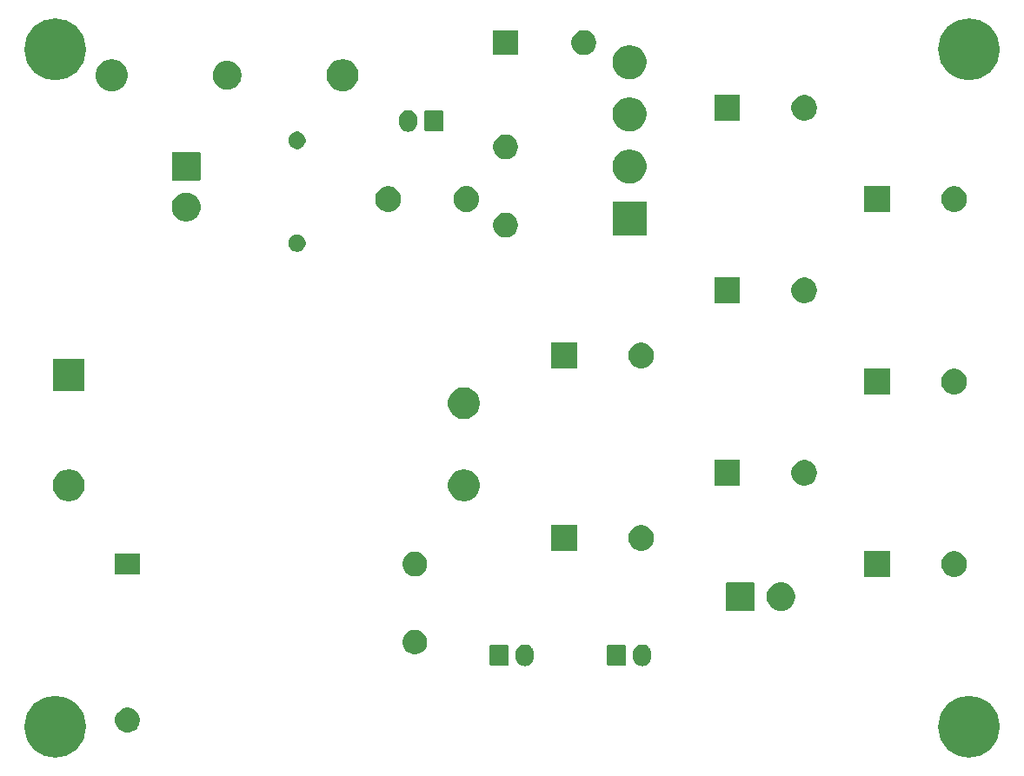
<source format=gbr>
G04 #@! TF.GenerationSoftware,KiCad,Pcbnew,(5.1.2)-1*
G04 #@! TF.CreationDate,2020-05-02T19:55:25+09:00*
G04 #@! TF.ProjectId,PowerBoard,506f7765-7242-46f6-9172-642e6b696361,rev?*
G04 #@! TF.SameCoordinates,Original*
G04 #@! TF.FileFunction,Soldermask,Top*
G04 #@! TF.FilePolarity,Negative*
%FSLAX46Y46*%
G04 Gerber Fmt 4.6, Leading zero omitted, Abs format (unit mm)*
G04 Created by KiCad (PCBNEW (5.1.2)-1) date 2020-05-02 19:55:25*
%MOMM*%
%LPD*%
G04 APERTURE LIST*
%ADD10C,2.000000*%
%ADD11C,0.100000*%
G04 APERTURE END LIST*
D10*
X-42500000Y-33000000D02*
G75*
G03X-42500000Y-33000000I-2000000J0D01*
G01*
X46500000Y-33000000D02*
G75*
G03X46500000Y-33000000I-2000000J0D01*
G01*
X46500000Y33000000D02*
G75*
G03X46500000Y33000000I-2000000J0D01*
G01*
X-42500000Y33000000D02*
G75*
G03X-42500000Y33000000I-2000000J0D01*
G01*
D11*
G36*
X44875256Y-31391298D02*
G01*
X44981579Y-31412447D01*
X45282042Y-31536903D01*
X45552451Y-31717585D01*
X45782415Y-31947549D01*
X45963097Y-32217958D01*
X46087553Y-32518421D01*
X46151000Y-32837391D01*
X46151000Y-33162609D01*
X46087553Y-33481579D01*
X45963097Y-33782042D01*
X45782415Y-34052451D01*
X45552451Y-34282415D01*
X45282042Y-34463097D01*
X44981579Y-34587553D01*
X44875256Y-34608702D01*
X44662611Y-34651000D01*
X44337389Y-34651000D01*
X44124744Y-34608702D01*
X44018421Y-34587553D01*
X43717958Y-34463097D01*
X43447549Y-34282415D01*
X43217585Y-34052451D01*
X43036903Y-33782042D01*
X42912447Y-33481579D01*
X42849000Y-33162609D01*
X42849000Y-32837391D01*
X42912447Y-32518421D01*
X43036903Y-32217958D01*
X43217585Y-31947549D01*
X43447549Y-31717585D01*
X43717958Y-31536903D01*
X44018421Y-31412447D01*
X44124744Y-31391298D01*
X44337389Y-31349000D01*
X44662611Y-31349000D01*
X44875256Y-31391298D01*
X44875256Y-31391298D01*
G37*
G36*
X-44124744Y-31391298D02*
G01*
X-44018421Y-31412447D01*
X-43717958Y-31536903D01*
X-43447549Y-31717585D01*
X-43217585Y-31947549D01*
X-43036903Y-32217958D01*
X-42912447Y-32518421D01*
X-42849000Y-32837391D01*
X-42849000Y-33162609D01*
X-42912447Y-33481579D01*
X-43036903Y-33782042D01*
X-43217585Y-34052451D01*
X-43447549Y-34282415D01*
X-43717958Y-34463097D01*
X-44018421Y-34587553D01*
X-44124744Y-34608702D01*
X-44337389Y-34651000D01*
X-44662611Y-34651000D01*
X-44875256Y-34608702D01*
X-44981579Y-34587553D01*
X-45282042Y-34463097D01*
X-45552451Y-34282415D01*
X-45782415Y-34052451D01*
X-45963097Y-33782042D01*
X-46087553Y-33481579D01*
X-46151000Y-33162609D01*
X-46151000Y-32837391D01*
X-46087553Y-32518421D01*
X-45963097Y-32217958D01*
X-45782415Y-31947549D01*
X-45552451Y-31717585D01*
X-45282042Y-31536903D01*
X-44981579Y-31412447D01*
X-44875256Y-31391298D01*
X-44662611Y-31349000D01*
X-44337389Y-31349000D01*
X-44124744Y-31391298D01*
X-44124744Y-31391298D01*
G37*
G36*
X-37114682Y-31190153D02*
G01*
X-36896115Y-31280687D01*
X-36896113Y-31280688D01*
X-36699407Y-31412122D01*
X-36532122Y-31579407D01*
X-36439796Y-31717584D01*
X-36400687Y-31776115D01*
X-36310153Y-31994682D01*
X-36264000Y-32226710D01*
X-36264000Y-32463290D01*
X-36310153Y-32695318D01*
X-36369001Y-32837389D01*
X-36400688Y-32913887D01*
X-36532122Y-33110593D01*
X-36699407Y-33277878D01*
X-36896113Y-33409312D01*
X-36896114Y-33409313D01*
X-36896115Y-33409313D01*
X-37114682Y-33499847D01*
X-37346710Y-33546000D01*
X-37583290Y-33546000D01*
X-37815318Y-33499847D01*
X-38033885Y-33409313D01*
X-38033886Y-33409313D01*
X-38033887Y-33409312D01*
X-38230593Y-33277878D01*
X-38397878Y-33110593D01*
X-38529312Y-32913887D01*
X-38560999Y-32837389D01*
X-38619847Y-32695318D01*
X-38666000Y-32463290D01*
X-38666000Y-32226710D01*
X-38619847Y-31994682D01*
X-38529313Y-31776115D01*
X-38490204Y-31717584D01*
X-38397878Y-31579407D01*
X-38230593Y-31412122D01*
X-38033887Y-31280688D01*
X-38033885Y-31280687D01*
X-37815318Y-31190153D01*
X-37583290Y-31144000D01*
X-37346710Y-31144000D01*
X-37114682Y-31190153D01*
X-37114682Y-31190153D01*
G37*
G36*
X12836626Y-24997037D02*
G01*
X13006465Y-25048557D01*
X13006467Y-25048558D01*
X13162989Y-25132221D01*
X13300186Y-25244814D01*
X13383448Y-25346271D01*
X13412778Y-25382009D01*
X13496443Y-25538534D01*
X13547963Y-25708373D01*
X13547963Y-25708375D01*
X13557905Y-25809312D01*
X13561000Y-25840742D01*
X13561000Y-26229257D01*
X13547963Y-26361626D01*
X13496443Y-26531466D01*
X13412778Y-26687991D01*
X13383448Y-26723729D01*
X13300186Y-26825186D01*
X13205250Y-26903097D01*
X13162991Y-26937778D01*
X13006466Y-27021443D01*
X12836627Y-27072963D01*
X12660000Y-27090359D01*
X12483374Y-27072963D01*
X12313535Y-27021443D01*
X12157010Y-26937778D01*
X12019815Y-26825185D01*
X11907222Y-26687991D01*
X11823557Y-26531466D01*
X11772037Y-26361627D01*
X11759000Y-26229258D01*
X11759000Y-25840743D01*
X11762096Y-25809313D01*
X11772037Y-25708376D01*
X11772037Y-25708374D01*
X11823557Y-25538535D01*
X11907222Y-25382010D01*
X11907223Y-25382009D01*
X12019814Y-25244814D01*
X12121271Y-25161552D01*
X12157009Y-25132222D01*
X12313534Y-25048557D01*
X12483373Y-24997037D01*
X12660000Y-24979641D01*
X12836626Y-24997037D01*
X12836626Y-24997037D01*
G37*
G36*
X1406626Y-24997037D02*
G01*
X1576465Y-25048557D01*
X1576467Y-25048558D01*
X1732989Y-25132221D01*
X1870186Y-25244814D01*
X1953448Y-25346271D01*
X1982778Y-25382009D01*
X2066443Y-25538534D01*
X2117963Y-25708373D01*
X2117963Y-25708375D01*
X2127905Y-25809312D01*
X2131000Y-25840742D01*
X2131000Y-26229257D01*
X2117963Y-26361626D01*
X2066443Y-26531466D01*
X1982778Y-26687991D01*
X1953448Y-26723729D01*
X1870186Y-26825186D01*
X1775250Y-26903097D01*
X1732991Y-26937778D01*
X1576466Y-27021443D01*
X1406627Y-27072963D01*
X1230000Y-27090359D01*
X1053374Y-27072963D01*
X883535Y-27021443D01*
X727010Y-26937778D01*
X589815Y-26825185D01*
X477222Y-26687991D01*
X393557Y-26531466D01*
X342037Y-26361627D01*
X329000Y-26229258D01*
X329000Y-25840743D01*
X332096Y-25809313D01*
X342037Y-25708376D01*
X342037Y-25708374D01*
X393557Y-25538535D01*
X477222Y-25382010D01*
X477223Y-25382009D01*
X589814Y-25244814D01*
X691271Y-25161552D01*
X727009Y-25132222D01*
X883534Y-25048557D01*
X1053373Y-24997037D01*
X1230000Y-24979641D01*
X1406626Y-24997037D01*
X1406626Y-24997037D01*
G37*
G36*
X10918600Y-24987989D02*
G01*
X10951652Y-24998015D01*
X10982103Y-25014292D01*
X11008799Y-25036201D01*
X11030708Y-25062897D01*
X11046985Y-25093348D01*
X11057011Y-25126400D01*
X11061000Y-25166903D01*
X11061000Y-26903097D01*
X11057011Y-26943600D01*
X11046985Y-26976652D01*
X11030708Y-27007103D01*
X11008799Y-27033799D01*
X10982103Y-27055708D01*
X10951652Y-27071985D01*
X10918600Y-27082011D01*
X10878097Y-27086000D01*
X9441903Y-27086000D01*
X9401400Y-27082011D01*
X9368348Y-27071985D01*
X9337897Y-27055708D01*
X9311201Y-27033799D01*
X9289292Y-27007103D01*
X9273015Y-26976652D01*
X9262989Y-26943600D01*
X9259000Y-26903097D01*
X9259000Y-25166903D01*
X9262989Y-25126400D01*
X9273015Y-25093348D01*
X9289292Y-25062897D01*
X9311201Y-25036201D01*
X9337897Y-25014292D01*
X9368348Y-24998015D01*
X9401400Y-24987989D01*
X9441903Y-24984000D01*
X10878097Y-24984000D01*
X10918600Y-24987989D01*
X10918600Y-24987989D01*
G37*
G36*
X-511400Y-24987989D02*
G01*
X-478348Y-24998015D01*
X-447897Y-25014292D01*
X-421201Y-25036201D01*
X-399292Y-25062897D01*
X-383015Y-25093348D01*
X-372989Y-25126400D01*
X-369000Y-25166903D01*
X-369000Y-26903097D01*
X-372989Y-26943600D01*
X-383015Y-26976652D01*
X-399292Y-27007103D01*
X-421201Y-27033799D01*
X-447897Y-27055708D01*
X-478348Y-27071985D01*
X-511400Y-27082011D01*
X-551903Y-27086000D01*
X-1988097Y-27086000D01*
X-2028600Y-27082011D01*
X-2061652Y-27071985D01*
X-2092103Y-27055708D01*
X-2118799Y-27033799D01*
X-2140708Y-27007103D01*
X-2156985Y-26976652D01*
X-2167011Y-26943600D01*
X-2171000Y-26903097D01*
X-2171000Y-25166903D01*
X-2167011Y-25126400D01*
X-2156985Y-25093348D01*
X-2140708Y-25062897D01*
X-2118799Y-25036201D01*
X-2092103Y-25014292D01*
X-2061652Y-24998015D01*
X-2028600Y-24987989D01*
X-1988097Y-24984000D01*
X-551903Y-24984000D01*
X-511400Y-24987989D01*
X-511400Y-24987989D01*
G37*
G36*
X-9114682Y-23590153D02*
G01*
X-8896115Y-23680687D01*
X-8896113Y-23680688D01*
X-8699407Y-23812122D01*
X-8532122Y-23979407D01*
X-8400688Y-24176113D01*
X-8400687Y-24176115D01*
X-8310153Y-24394682D01*
X-8264000Y-24626710D01*
X-8264000Y-24863290D01*
X-8310153Y-25095318D01*
X-8339805Y-25166903D01*
X-8400688Y-25313887D01*
X-8532122Y-25510593D01*
X-8699407Y-25677878D01*
X-8896113Y-25809312D01*
X-8896114Y-25809313D01*
X-8896115Y-25809313D01*
X-9114682Y-25899847D01*
X-9346710Y-25946000D01*
X-9583290Y-25946000D01*
X-9815318Y-25899847D01*
X-10033885Y-25809313D01*
X-10033886Y-25809313D01*
X-10033887Y-25809312D01*
X-10230593Y-25677878D01*
X-10397878Y-25510593D01*
X-10529312Y-25313887D01*
X-10590195Y-25166903D01*
X-10619847Y-25095318D01*
X-10666000Y-24863290D01*
X-10666000Y-24626710D01*
X-10619847Y-24394682D01*
X-10529313Y-24176115D01*
X-10529312Y-24176113D01*
X-10397878Y-23979407D01*
X-10230593Y-23812122D01*
X-10033887Y-23680688D01*
X-10033885Y-23680687D01*
X-9815318Y-23590153D01*
X-9583290Y-23544000D01*
X-9346710Y-23544000D01*
X-9114682Y-23590153D01*
X-9114682Y-23590153D01*
G37*
G36*
X26459038Y-18946062D02*
G01*
X26593657Y-18972839D01*
X26699097Y-19016514D01*
X26848621Y-19078449D01*
X26922525Y-19127830D01*
X27078086Y-19231772D01*
X27273228Y-19426914D01*
X27375675Y-19580237D01*
X27426551Y-19656379D01*
X27532161Y-19911344D01*
X27586000Y-20182012D01*
X27586000Y-20457988D01*
X27532161Y-20728656D01*
X27426551Y-20983621D01*
X27426550Y-20983622D01*
X27273228Y-21213086D01*
X27078086Y-21408228D01*
X26998276Y-21461555D01*
X26848621Y-21561551D01*
X26770207Y-21594031D01*
X26593657Y-21667161D01*
X26503433Y-21685107D01*
X26322988Y-21721000D01*
X26047012Y-21721000D01*
X25866567Y-21685107D01*
X25776343Y-21667161D01*
X25599793Y-21594031D01*
X25521379Y-21561551D01*
X25371724Y-21461555D01*
X25291914Y-21408228D01*
X25096772Y-21213086D01*
X24943450Y-20983622D01*
X24943449Y-20983621D01*
X24837839Y-20728656D01*
X24784000Y-20457988D01*
X24784000Y-20182012D01*
X24837839Y-19911344D01*
X24943449Y-19656379D01*
X24994325Y-19580237D01*
X25096772Y-19426914D01*
X25291914Y-19231772D01*
X25447475Y-19127830D01*
X25521379Y-19078449D01*
X25670903Y-19016514D01*
X25776343Y-18972839D01*
X25910962Y-18946062D01*
X26047012Y-18919000D01*
X26322988Y-18919000D01*
X26459038Y-18946062D01*
X26459038Y-18946062D01*
G37*
G36*
X23499031Y-18922621D02*
G01*
X23528486Y-18931556D01*
X23555623Y-18946062D01*
X23579414Y-18965586D01*
X23598938Y-18989377D01*
X23613444Y-19016514D01*
X23622379Y-19045969D01*
X23626000Y-19082734D01*
X23626000Y-21557266D01*
X23622379Y-21594031D01*
X23613444Y-21623486D01*
X23598938Y-21650623D01*
X23579414Y-21674414D01*
X23555623Y-21693938D01*
X23528486Y-21708444D01*
X23499031Y-21717379D01*
X23462266Y-21721000D01*
X20987734Y-21721000D01*
X20950969Y-21717379D01*
X20921514Y-21708444D01*
X20894377Y-21693938D01*
X20870586Y-21674414D01*
X20851062Y-21650623D01*
X20836556Y-21623486D01*
X20827621Y-21594031D01*
X20824000Y-21557266D01*
X20824000Y-19082734D01*
X20827621Y-19045969D01*
X20836556Y-19016514D01*
X20851062Y-18989377D01*
X20870586Y-18965586D01*
X20894377Y-18946062D01*
X20921514Y-18931556D01*
X20950969Y-18922621D01*
X20987734Y-18919000D01*
X23462266Y-18919000D01*
X23499031Y-18922621D01*
X23499031Y-18922621D01*
G37*
G36*
X43424903Y-15942075D02*
G01*
X43652571Y-16036378D01*
X43857466Y-16173285D01*
X44031715Y-16347534D01*
X44168622Y-16552429D01*
X44262925Y-16780097D01*
X44311000Y-17021787D01*
X44311000Y-17268213D01*
X44262925Y-17509903D01*
X44168622Y-17737571D01*
X44031715Y-17942466D01*
X43857466Y-18116715D01*
X43652571Y-18253622D01*
X43652570Y-18253623D01*
X43652569Y-18253623D01*
X43424903Y-18347925D01*
X43183214Y-18396000D01*
X42936786Y-18396000D01*
X42695097Y-18347925D01*
X42467431Y-18253623D01*
X42467430Y-18253623D01*
X42467429Y-18253622D01*
X42262534Y-18116715D01*
X42088285Y-17942466D01*
X41951378Y-17737571D01*
X41857075Y-17509903D01*
X41809000Y-17268213D01*
X41809000Y-17021787D01*
X41857075Y-16780097D01*
X41951378Y-16552429D01*
X42088285Y-16347534D01*
X42262534Y-16173285D01*
X42467429Y-16036378D01*
X42695097Y-15942075D01*
X42936786Y-15894000D01*
X43183214Y-15894000D01*
X43424903Y-15942075D01*
X43424903Y-15942075D01*
G37*
G36*
X36811000Y-18396000D02*
G01*
X34309000Y-18396000D01*
X34309000Y-15894000D01*
X36811000Y-15894000D01*
X36811000Y-18396000D01*
X36811000Y-18396000D01*
G37*
G36*
X-9114682Y-15990153D02*
G01*
X-8896115Y-16080687D01*
X-8896113Y-16080688D01*
X-8699407Y-16212122D01*
X-8532122Y-16379407D01*
X-8416513Y-16552429D01*
X-8400687Y-16576115D01*
X-8310153Y-16794682D01*
X-8264000Y-17026710D01*
X-8264000Y-17263290D01*
X-8310153Y-17495318D01*
X-8400687Y-17713885D01*
X-8400688Y-17713887D01*
X-8532122Y-17910593D01*
X-8699407Y-18077878D01*
X-8896113Y-18209312D01*
X-8896114Y-18209313D01*
X-8896115Y-18209313D01*
X-9114682Y-18299847D01*
X-9346710Y-18346000D01*
X-9583290Y-18346000D01*
X-9815318Y-18299847D01*
X-10033885Y-18209313D01*
X-10033886Y-18209313D01*
X-10033887Y-18209312D01*
X-10230593Y-18077878D01*
X-10397878Y-17910593D01*
X-10529312Y-17713887D01*
X-10529313Y-17713885D01*
X-10619847Y-17495318D01*
X-10666000Y-17263290D01*
X-10666000Y-17026710D01*
X-10619847Y-16794682D01*
X-10529313Y-16576115D01*
X-10513487Y-16552429D01*
X-10397878Y-16379407D01*
X-10230593Y-16212122D01*
X-10033887Y-16080688D01*
X-10033885Y-16080687D01*
X-9815318Y-15990153D01*
X-9583290Y-15944000D01*
X-9346710Y-15944000D01*
X-9114682Y-15990153D01*
X-9114682Y-15990153D01*
G37*
G36*
X-36264000Y-18196000D02*
G01*
X-38666000Y-18196000D01*
X-38666000Y-16094000D01*
X-36264000Y-16094000D01*
X-36264000Y-18196000D01*
X-36264000Y-18196000D01*
G37*
G36*
X6331000Y-15856000D02*
G01*
X3829000Y-15856000D01*
X3829000Y-13354000D01*
X6331000Y-13354000D01*
X6331000Y-15856000D01*
X6331000Y-15856000D01*
G37*
G36*
X12944903Y-13402075D02*
G01*
X13172571Y-13496378D01*
X13377466Y-13633285D01*
X13551715Y-13807534D01*
X13688622Y-14012429D01*
X13782925Y-14240097D01*
X13831000Y-14481787D01*
X13831000Y-14728213D01*
X13782925Y-14969903D01*
X13688622Y-15197571D01*
X13551715Y-15402466D01*
X13377466Y-15576715D01*
X13172571Y-15713622D01*
X13172570Y-15713623D01*
X13172569Y-15713623D01*
X12944903Y-15807925D01*
X12703214Y-15856000D01*
X12456786Y-15856000D01*
X12215097Y-15807925D01*
X11987431Y-15713623D01*
X11987430Y-15713623D01*
X11987429Y-15713622D01*
X11782534Y-15576715D01*
X11608285Y-15402466D01*
X11471378Y-15197571D01*
X11377075Y-14969903D01*
X11329000Y-14728213D01*
X11329000Y-14481787D01*
X11377075Y-14240097D01*
X11471378Y-14012429D01*
X11608285Y-13807534D01*
X11782534Y-13633285D01*
X11987429Y-13496378D01*
X12215097Y-13402075D01*
X12456786Y-13354000D01*
X12703214Y-13354000D01*
X12944903Y-13402075D01*
X12944903Y-13402075D01*
G37*
G36*
X-42877415Y-7958802D02*
G01*
X-42727590Y-7988604D01*
X-42445326Y-8105521D01*
X-42191295Y-8275259D01*
X-41975259Y-8491295D01*
X-41805521Y-8745326D01*
X-41688604Y-9027590D01*
X-41629000Y-9327240D01*
X-41629000Y-9632760D01*
X-41688604Y-9932410D01*
X-41805521Y-10214674D01*
X-41975259Y-10468705D01*
X-42191295Y-10684741D01*
X-42445326Y-10854479D01*
X-42727590Y-10971396D01*
X-42877415Y-11001198D01*
X-43027239Y-11031000D01*
X-43332761Y-11031000D01*
X-43482585Y-11001198D01*
X-43632410Y-10971396D01*
X-43914674Y-10854479D01*
X-44168705Y-10684741D01*
X-44384741Y-10468705D01*
X-44554479Y-10214674D01*
X-44671396Y-9932410D01*
X-44731000Y-9632760D01*
X-44731000Y-9327240D01*
X-44671396Y-9027590D01*
X-44554479Y-8745326D01*
X-44384741Y-8491295D01*
X-44168705Y-8275259D01*
X-43914674Y-8105521D01*
X-43632410Y-7988604D01*
X-43482585Y-7958802D01*
X-43332761Y-7929000D01*
X-43027239Y-7929000D01*
X-42877415Y-7958802D01*
X-42877415Y-7958802D01*
G37*
G36*
X-4377415Y-7958802D02*
G01*
X-4227590Y-7988604D01*
X-3945326Y-8105521D01*
X-3691295Y-8275259D01*
X-3475259Y-8491295D01*
X-3305521Y-8745326D01*
X-3188604Y-9027590D01*
X-3129000Y-9327240D01*
X-3129000Y-9632760D01*
X-3188604Y-9932410D01*
X-3305521Y-10214674D01*
X-3475259Y-10468705D01*
X-3691295Y-10684741D01*
X-3945326Y-10854479D01*
X-4227590Y-10971396D01*
X-4377415Y-11001198D01*
X-4527239Y-11031000D01*
X-4832761Y-11031000D01*
X-4982585Y-11001198D01*
X-5132410Y-10971396D01*
X-5414674Y-10854479D01*
X-5668705Y-10684741D01*
X-5884741Y-10468705D01*
X-6054479Y-10214674D01*
X-6171396Y-9932410D01*
X-6231000Y-9632760D01*
X-6231000Y-9327240D01*
X-6171396Y-9027590D01*
X-6054479Y-8745326D01*
X-5884741Y-8491295D01*
X-5668705Y-8275259D01*
X-5414674Y-8105521D01*
X-5132410Y-7988604D01*
X-4982585Y-7958802D01*
X-4832761Y-7929000D01*
X-4527239Y-7929000D01*
X-4377415Y-7958802D01*
X-4377415Y-7958802D01*
G37*
G36*
X22206000Y-9506000D02*
G01*
X19704000Y-9506000D01*
X19704000Y-7004000D01*
X22206000Y-7004000D01*
X22206000Y-9506000D01*
X22206000Y-9506000D01*
G37*
G36*
X28819903Y-7052075D02*
G01*
X29047571Y-7146378D01*
X29252466Y-7283285D01*
X29426715Y-7457534D01*
X29426716Y-7457536D01*
X29563623Y-7662431D01*
X29657925Y-7890097D01*
X29706000Y-8131786D01*
X29706000Y-8378214D01*
X29657925Y-8619903D01*
X29563622Y-8847571D01*
X29426715Y-9052466D01*
X29252466Y-9226715D01*
X29047571Y-9363622D01*
X29047570Y-9363623D01*
X29047569Y-9363623D01*
X28819903Y-9457925D01*
X28578214Y-9506000D01*
X28331786Y-9506000D01*
X28090097Y-9457925D01*
X27862431Y-9363623D01*
X27862430Y-9363623D01*
X27862429Y-9363622D01*
X27657534Y-9226715D01*
X27483285Y-9052466D01*
X27346378Y-8847571D01*
X27252075Y-8619903D01*
X27204000Y-8378214D01*
X27204000Y-8131786D01*
X27252075Y-7890097D01*
X27346377Y-7662431D01*
X27483284Y-7457536D01*
X27483285Y-7457534D01*
X27657534Y-7283285D01*
X27862429Y-7146378D01*
X28090097Y-7052075D01*
X28331786Y-7004000D01*
X28578214Y-7004000D01*
X28819903Y-7052075D01*
X28819903Y-7052075D01*
G37*
G36*
X-4383614Y42431D02*
G01*
X-4227590Y11396D01*
X-3945326Y-105521D01*
X-3691295Y-275259D01*
X-3475259Y-491295D01*
X-3305521Y-745326D01*
X-3188604Y-1027590D01*
X-3129000Y-1327240D01*
X-3129000Y-1632760D01*
X-3188604Y-1932410D01*
X-3305521Y-2214674D01*
X-3475259Y-2468705D01*
X-3691295Y-2684741D01*
X-3945326Y-2854479D01*
X-4227590Y-2971396D01*
X-4377415Y-3001198D01*
X-4527239Y-3031000D01*
X-4832761Y-3031000D01*
X-4982585Y-3001198D01*
X-5132410Y-2971396D01*
X-5414674Y-2854479D01*
X-5668705Y-2684741D01*
X-5884741Y-2468705D01*
X-6054479Y-2214674D01*
X-6171396Y-1932410D01*
X-6231000Y-1632760D01*
X-6231000Y-1327240D01*
X-6171396Y-1027590D01*
X-6054479Y-745326D01*
X-5884741Y-491295D01*
X-5668705Y-275259D01*
X-5414674Y-105521D01*
X-5132410Y11396D01*
X-4976386Y42431D01*
X-4832761Y71000D01*
X-4527239Y71000D01*
X-4383614Y42431D01*
X-4383614Y42431D01*
G37*
G36*
X36811000Y-616000D02*
G01*
X34309000Y-616000D01*
X34309000Y1886000D01*
X36811000Y1886000D01*
X36811000Y-616000D01*
X36811000Y-616000D01*
G37*
G36*
X43424903Y1837925D02*
G01*
X43652571Y1743622D01*
X43857466Y1606715D01*
X44031715Y1432466D01*
X44031716Y1432464D01*
X44168623Y1227569D01*
X44262925Y999903D01*
X44311000Y758214D01*
X44311000Y511786D01*
X44262925Y270097D01*
X44180457Y71000D01*
X44168622Y42429D01*
X44031715Y-162466D01*
X43857466Y-336715D01*
X43652571Y-473622D01*
X43652570Y-473623D01*
X43652569Y-473623D01*
X43424903Y-567925D01*
X43183214Y-616000D01*
X42936786Y-616000D01*
X42695097Y-567925D01*
X42467431Y-473623D01*
X42467430Y-473623D01*
X42467429Y-473622D01*
X42262534Y-336715D01*
X42088285Y-162466D01*
X41951378Y42429D01*
X41939544Y71000D01*
X41857075Y270097D01*
X41809000Y511786D01*
X41809000Y758214D01*
X41857075Y999903D01*
X41951377Y1227569D01*
X42088284Y1432464D01*
X42088285Y1432466D01*
X42262534Y1606715D01*
X42467429Y1743622D01*
X42695097Y1837925D01*
X42936786Y1886000D01*
X43183214Y1886000D01*
X43424903Y1837925D01*
X43424903Y1837925D01*
G37*
G36*
X-41629000Y-281000D02*
G01*
X-44731000Y-281000D01*
X-44731000Y2821000D01*
X-41629000Y2821000D01*
X-41629000Y-281000D01*
X-41629000Y-281000D01*
G37*
G36*
X12944903Y4377925D02*
G01*
X13172571Y4283622D01*
X13377466Y4146715D01*
X13551715Y3972466D01*
X13688622Y3767571D01*
X13782925Y3539903D01*
X13831000Y3298213D01*
X13831000Y3051787D01*
X13782925Y2810097D01*
X13688622Y2582429D01*
X13551715Y2377534D01*
X13377466Y2203285D01*
X13172571Y2066378D01*
X13172570Y2066377D01*
X13172569Y2066377D01*
X12944903Y1972075D01*
X12703214Y1924000D01*
X12456786Y1924000D01*
X12215097Y1972075D01*
X11987431Y2066377D01*
X11987430Y2066377D01*
X11987429Y2066378D01*
X11782534Y2203285D01*
X11608285Y2377534D01*
X11471378Y2582429D01*
X11377075Y2810097D01*
X11329000Y3051787D01*
X11329000Y3298213D01*
X11377075Y3539903D01*
X11471378Y3767571D01*
X11608285Y3972466D01*
X11782534Y4146715D01*
X11987429Y4283622D01*
X12215097Y4377925D01*
X12456786Y4426000D01*
X12703214Y4426000D01*
X12944903Y4377925D01*
X12944903Y4377925D01*
G37*
G36*
X6331000Y1924000D02*
G01*
X3829000Y1924000D01*
X3829000Y4426000D01*
X6331000Y4426000D01*
X6331000Y1924000D01*
X6331000Y1924000D01*
G37*
G36*
X28819903Y10727925D02*
G01*
X29047571Y10633622D01*
X29252466Y10496715D01*
X29426715Y10322466D01*
X29563622Y10117571D01*
X29657925Y9889903D01*
X29706000Y9648213D01*
X29706000Y9401787D01*
X29657925Y9160097D01*
X29563622Y8932429D01*
X29426715Y8727534D01*
X29252466Y8553285D01*
X29047571Y8416378D01*
X29047570Y8416377D01*
X29047569Y8416377D01*
X28819903Y8322075D01*
X28578214Y8274000D01*
X28331786Y8274000D01*
X28090097Y8322075D01*
X27862431Y8416377D01*
X27862430Y8416377D01*
X27862429Y8416378D01*
X27657534Y8553285D01*
X27483285Y8727534D01*
X27346378Y8932429D01*
X27252075Y9160097D01*
X27204000Y9401787D01*
X27204000Y9648213D01*
X27252075Y9889903D01*
X27346378Y10117571D01*
X27483285Y10322466D01*
X27657534Y10496715D01*
X27862429Y10633622D01*
X28090097Y10727925D01*
X28331786Y10776000D01*
X28578214Y10776000D01*
X28819903Y10727925D01*
X28819903Y10727925D01*
G37*
G36*
X22206000Y8274000D02*
G01*
X19704000Y8274000D01*
X19704000Y10776000D01*
X22206000Y10776000D01*
X22206000Y8274000D01*
X22206000Y8274000D01*
G37*
G36*
X-20706772Y14948297D02*
G01*
X-20551900Y14884147D01*
X-20412519Y14791015D01*
X-20293985Y14672481D01*
X-20200853Y14533100D01*
X-20136703Y14378228D01*
X-20104000Y14213816D01*
X-20104000Y14046184D01*
X-20136703Y13881772D01*
X-20200853Y13726900D01*
X-20293985Y13587519D01*
X-20412519Y13468985D01*
X-20551900Y13375853D01*
X-20706772Y13311703D01*
X-20871184Y13279000D01*
X-21038816Y13279000D01*
X-21203228Y13311703D01*
X-21358100Y13375853D01*
X-21497481Y13468985D01*
X-21616015Y13587519D01*
X-21709147Y13726900D01*
X-21773297Y13881772D01*
X-21806000Y14046184D01*
X-21806000Y14213816D01*
X-21773297Y14378228D01*
X-21709147Y14533100D01*
X-21616015Y14672481D01*
X-21497481Y14791015D01*
X-21358100Y14884147D01*
X-21203228Y14948297D01*
X-21038816Y14981000D01*
X-20871184Y14981000D01*
X-20706772Y14948297D01*
X-20706772Y14948297D01*
G37*
G36*
X-284682Y17029847D02*
G01*
X-66115Y16939313D01*
X-66113Y16939312D01*
X130593Y16807878D01*
X297878Y16640593D01*
X429312Y16443887D01*
X429313Y16443885D01*
X519847Y16225318D01*
X566000Y15993290D01*
X566000Y15756710D01*
X519847Y15524682D01*
X429313Y15306115D01*
X429312Y15306113D01*
X297878Y15109407D01*
X130593Y14942122D01*
X-66113Y14810688D01*
X-66114Y14810687D01*
X-66115Y14810687D01*
X-284682Y14720153D01*
X-516710Y14674000D01*
X-753290Y14674000D01*
X-985318Y14720153D01*
X-1203885Y14810687D01*
X-1203886Y14810687D01*
X-1203887Y14810688D01*
X-1400593Y14942122D01*
X-1567878Y15109407D01*
X-1699312Y15306113D01*
X-1699313Y15306115D01*
X-1789847Y15524682D01*
X-1836000Y15756710D01*
X-1836000Y15993290D01*
X-1789847Y16225318D01*
X-1699313Y16443885D01*
X-1699312Y16443887D01*
X-1567878Y16640593D01*
X-1400593Y16807878D01*
X-1203887Y16939312D01*
X-1203885Y16939313D01*
X-985318Y17029847D01*
X-753290Y17076000D01*
X-516710Y17076000D01*
X-284682Y17029847D01*
X-284682Y17029847D01*
G37*
G36*
X13081000Y14859000D02*
G01*
X9779000Y14859000D01*
X9779000Y18161000D01*
X13081000Y18161000D01*
X13081000Y14859000D01*
X13081000Y14859000D01*
G37*
G36*
X-31431567Y18995107D02*
G01*
X-31341343Y18977161D01*
X-31235733Y18933415D01*
X-31086379Y18871551D01*
X-31086378Y18871550D01*
X-30856914Y18718228D01*
X-30661772Y18523086D01*
X-30589552Y18415000D01*
X-30508449Y18293621D01*
X-30402839Y18038656D01*
X-30349000Y17767988D01*
X-30349000Y17492012D01*
X-30358693Y17443284D01*
X-30402839Y17221343D01*
X-30446585Y17115733D01*
X-30508449Y16966379D01*
X-30508450Y16966378D01*
X-30661772Y16736914D01*
X-30856914Y16541772D01*
X-31003410Y16443887D01*
X-31086379Y16388449D01*
X-31235733Y16326585D01*
X-31341343Y16282839D01*
X-31431567Y16264893D01*
X-31612012Y16229000D01*
X-31887988Y16229000D01*
X-32068433Y16264893D01*
X-32158657Y16282839D01*
X-32264267Y16326585D01*
X-32413621Y16388449D01*
X-32496590Y16443887D01*
X-32643086Y16541772D01*
X-32838228Y16736914D01*
X-32991550Y16966378D01*
X-32991551Y16966379D01*
X-33053415Y17115733D01*
X-33097161Y17221343D01*
X-33141307Y17443284D01*
X-33151000Y17492012D01*
X-33151000Y17767988D01*
X-33097161Y18038656D01*
X-32991551Y18293621D01*
X-32910448Y18415000D01*
X-32838228Y18523086D01*
X-32643086Y18718228D01*
X-32413622Y18871550D01*
X-32413621Y18871551D01*
X-32264267Y18933415D01*
X-32158657Y18977161D01*
X-32068433Y18995107D01*
X-31887988Y19031000D01*
X-31612012Y19031000D01*
X-31431567Y18995107D01*
X-31431567Y18995107D01*
G37*
G36*
X43424903Y19617925D02*
G01*
X43525236Y19576366D01*
X43652571Y19523622D01*
X43857466Y19386715D01*
X44031715Y19212466D01*
X44168622Y19007571D01*
X44262925Y18779903D01*
X44311000Y18538213D01*
X44311000Y18291787D01*
X44262925Y18050097D01*
X44168622Y17822429D01*
X44031715Y17617534D01*
X43857466Y17443285D01*
X43652571Y17306378D01*
X43652570Y17306377D01*
X43652569Y17306377D01*
X43424903Y17212075D01*
X43183214Y17164000D01*
X42936786Y17164000D01*
X42695097Y17212075D01*
X42467431Y17306377D01*
X42467430Y17306377D01*
X42467429Y17306378D01*
X42262534Y17443285D01*
X42088285Y17617534D01*
X41951378Y17822429D01*
X41857075Y18050097D01*
X41809000Y18291787D01*
X41809000Y18538213D01*
X41857075Y18779903D01*
X41951378Y19007571D01*
X42088285Y19212466D01*
X42262534Y19386715D01*
X42467429Y19523622D01*
X42594765Y19576366D01*
X42695097Y19617925D01*
X42936786Y19666000D01*
X43183214Y19666000D01*
X43424903Y19617925D01*
X43424903Y19617925D01*
G37*
G36*
X36811000Y17164000D02*
G01*
X34309000Y17164000D01*
X34309000Y19666000D01*
X36811000Y19666000D01*
X36811000Y17164000D01*
X36811000Y17164000D01*
G37*
G36*
X-11700097Y19617925D02*
G01*
X-11599764Y19576366D01*
X-11472429Y19523622D01*
X-11267534Y19386715D01*
X-11093285Y19212466D01*
X-10956378Y19007571D01*
X-10862075Y18779903D01*
X-10814000Y18538213D01*
X-10814000Y18291787D01*
X-10862075Y18050097D01*
X-10956378Y17822429D01*
X-11093285Y17617534D01*
X-11267534Y17443285D01*
X-11472429Y17306378D01*
X-11472430Y17306377D01*
X-11472431Y17306377D01*
X-11700097Y17212075D01*
X-11941786Y17164000D01*
X-12188214Y17164000D01*
X-12429903Y17212075D01*
X-12657569Y17306377D01*
X-12657570Y17306377D01*
X-12657571Y17306378D01*
X-12862466Y17443285D01*
X-13036715Y17617534D01*
X-13173622Y17822429D01*
X-13267925Y18050097D01*
X-13316000Y18291787D01*
X-13316000Y18538213D01*
X-13267925Y18779903D01*
X-13173622Y19007571D01*
X-13036715Y19212466D01*
X-12862466Y19386715D01*
X-12657571Y19523622D01*
X-12530235Y19576366D01*
X-12429903Y19617925D01*
X-12188214Y19666000D01*
X-11941786Y19666000D01*
X-11700097Y19617925D01*
X-11700097Y19617925D01*
G37*
G36*
X-4199761Y19647899D02*
G01*
X-3963947Y19576366D01*
X-3746619Y19460201D01*
X-3556129Y19303871D01*
X-3399799Y19113381D01*
X-3283634Y18896053D01*
X-3212101Y18660239D01*
X-3187947Y18415000D01*
X-3212101Y18169761D01*
X-3283634Y17933947D01*
X-3399799Y17716619D01*
X-3556129Y17526129D01*
X-3746619Y17369799D01*
X-3963947Y17253634D01*
X-4199761Y17182101D01*
X-4383543Y17164000D01*
X-4506457Y17164000D01*
X-4690239Y17182101D01*
X-4926053Y17253634D01*
X-5143381Y17369799D01*
X-5333871Y17526129D01*
X-5490201Y17716619D01*
X-5606366Y17933947D01*
X-5677899Y18169761D01*
X-5702053Y18415000D01*
X-5677899Y18660239D01*
X-5606366Y18896053D01*
X-5490201Y19113381D01*
X-5333871Y19303871D01*
X-5143381Y19460201D01*
X-4926053Y19576366D01*
X-4690239Y19647899D01*
X-4506457Y19666000D01*
X-4383543Y19666000D01*
X-4199761Y19647899D01*
X-4199761Y19647899D01*
G37*
G36*
X11805256Y23198702D02*
G01*
X11911579Y23177553D01*
X12212042Y23053097D01*
X12482451Y22872415D01*
X12712415Y22642451D01*
X12893097Y22372042D01*
X12893098Y22372040D01*
X12906306Y22340153D01*
X13017553Y22071579D01*
X13081000Y21752609D01*
X13081000Y21427391D01*
X13017553Y21108421D01*
X12893097Y20807958D01*
X12712415Y20537549D01*
X12482451Y20307585D01*
X12212042Y20126903D01*
X11911579Y20002447D01*
X11805256Y19981298D01*
X11592611Y19939000D01*
X11267389Y19939000D01*
X11054744Y19981298D01*
X10948421Y20002447D01*
X10647958Y20126903D01*
X10377549Y20307585D01*
X10147585Y20537549D01*
X9966903Y20807958D01*
X9842447Y21108421D01*
X9779000Y21427391D01*
X9779000Y21752609D01*
X9842447Y22071579D01*
X9953694Y22340153D01*
X9966902Y22372040D01*
X9966903Y22372042D01*
X10147585Y22642451D01*
X10377549Y22872415D01*
X10647958Y23053097D01*
X10948421Y23177553D01*
X11054744Y23198702D01*
X11267389Y23241000D01*
X11592611Y23241000D01*
X11805256Y23198702D01*
X11805256Y23198702D01*
G37*
G36*
X-30475969Y22987379D02*
G01*
X-30446514Y22978444D01*
X-30419377Y22963938D01*
X-30395586Y22944414D01*
X-30376062Y22920623D01*
X-30361556Y22893486D01*
X-30352621Y22864031D01*
X-30349000Y22827266D01*
X-30349000Y20352734D01*
X-30352621Y20315969D01*
X-30361556Y20286514D01*
X-30376062Y20259377D01*
X-30395586Y20235586D01*
X-30419377Y20216062D01*
X-30446514Y20201556D01*
X-30475969Y20192621D01*
X-30512734Y20189000D01*
X-32987266Y20189000D01*
X-33024031Y20192621D01*
X-33053486Y20201556D01*
X-33080623Y20216062D01*
X-33104414Y20235586D01*
X-33123938Y20259377D01*
X-33138444Y20286514D01*
X-33147379Y20315969D01*
X-33151000Y20352734D01*
X-33151000Y22827266D01*
X-33147379Y22864031D01*
X-33138444Y22893486D01*
X-33123938Y22920623D01*
X-33104414Y22944414D01*
X-33080623Y22963938D01*
X-33053486Y22978444D01*
X-33024031Y22987379D01*
X-32987266Y22991000D01*
X-30512734Y22991000D01*
X-30475969Y22987379D01*
X-30475969Y22987379D01*
G37*
G36*
X-284682Y24649847D02*
G01*
X-66115Y24559313D01*
X-66113Y24559312D01*
X130593Y24427878D01*
X297878Y24260593D01*
X429312Y24063887D01*
X429313Y24063885D01*
X519847Y23845318D01*
X566000Y23613290D01*
X566000Y23376710D01*
X519847Y23144682D01*
X448009Y22971251D01*
X429312Y22926113D01*
X297878Y22729407D01*
X130593Y22562122D01*
X-66113Y22430688D01*
X-66114Y22430687D01*
X-66115Y22430687D01*
X-284682Y22340153D01*
X-516710Y22294000D01*
X-753290Y22294000D01*
X-985318Y22340153D01*
X-1203885Y22430687D01*
X-1203886Y22430687D01*
X-1203887Y22430688D01*
X-1400593Y22562122D01*
X-1567878Y22729407D01*
X-1699312Y22926113D01*
X-1718009Y22971251D01*
X-1789847Y23144682D01*
X-1836000Y23376710D01*
X-1836000Y23613290D01*
X-1789847Y23845318D01*
X-1699313Y24063885D01*
X-1699312Y24063887D01*
X-1567878Y24260593D01*
X-1400593Y24427878D01*
X-1203887Y24559312D01*
X-1203885Y24559313D01*
X-985318Y24649847D01*
X-753290Y24696000D01*
X-516710Y24696000D01*
X-284682Y24649847D01*
X-284682Y24649847D01*
G37*
G36*
X-20706772Y24948297D02*
G01*
X-20551900Y24884147D01*
X-20412519Y24791015D01*
X-20293985Y24672481D01*
X-20200853Y24533100D01*
X-20136703Y24378228D01*
X-20104000Y24213816D01*
X-20104000Y24046184D01*
X-20136703Y23881772D01*
X-20200853Y23726900D01*
X-20293985Y23587519D01*
X-20412519Y23468985D01*
X-20551900Y23375853D01*
X-20706772Y23311703D01*
X-20871184Y23279000D01*
X-21038816Y23279000D01*
X-21203228Y23311703D01*
X-21358100Y23375853D01*
X-21497481Y23468985D01*
X-21616015Y23587519D01*
X-21709147Y23726900D01*
X-21773297Y23881772D01*
X-21806000Y24046184D01*
X-21806000Y24213816D01*
X-21773297Y24378228D01*
X-21709147Y24533100D01*
X-21616015Y24672481D01*
X-21497481Y24791015D01*
X-21358100Y24884147D01*
X-21203228Y24948297D01*
X-21038816Y24981000D01*
X-20871184Y24981000D01*
X-20706772Y24948297D01*
X-20706772Y24948297D01*
G37*
G36*
X-9943373Y27072963D02*
G01*
X-9773534Y27021443D01*
X-9617009Y26937778D01*
X-9581271Y26908448D01*
X-9479814Y26825186D01*
X-9396552Y26723729D01*
X-9367222Y26687991D01*
X-9283557Y26531466D01*
X-9232037Y26361626D01*
X-9219000Y26229257D01*
X-9219000Y25840742D01*
X-9232037Y25708373D01*
X-9283557Y25538534D01*
X-9367222Y25382009D01*
X-9396552Y25346271D01*
X-9479814Y25244814D01*
X-9617011Y25132221D01*
X-9773533Y25048558D01*
X-9773535Y25048557D01*
X-9943374Y24997037D01*
X-10120000Y24979641D01*
X-10296627Y24997037D01*
X-10466466Y25048557D01*
X-10622991Y25132222D01*
X-10665250Y25166903D01*
X-10760186Y25244814D01*
X-10872779Y25382011D01*
X-10956442Y25538533D01*
X-10956443Y25538535D01*
X-11007963Y25708374D01*
X-11021000Y25840743D01*
X-11021000Y26229258D01*
X-11007963Y26361627D01*
X-10956443Y26531466D01*
X-10872778Y26687991D01*
X-10760185Y26825185D01*
X-10622990Y26937778D01*
X-10466465Y27021443D01*
X-10296626Y27072963D01*
X-10120000Y27090359D01*
X-9943373Y27072963D01*
X-9943373Y27072963D01*
G37*
G36*
X-6861400Y27082011D02*
G01*
X-6828348Y27071985D01*
X-6797897Y27055708D01*
X-6771201Y27033799D01*
X-6749292Y27007103D01*
X-6733015Y26976652D01*
X-6722989Y26943600D01*
X-6719000Y26903097D01*
X-6719000Y25166903D01*
X-6722989Y25126400D01*
X-6733015Y25093348D01*
X-6749292Y25062897D01*
X-6771201Y25036201D01*
X-6797897Y25014292D01*
X-6828348Y24998015D01*
X-6861400Y24987989D01*
X-6901903Y24984000D01*
X-8338097Y24984000D01*
X-8378600Y24987989D01*
X-8411652Y24998015D01*
X-8442103Y25014292D01*
X-8468799Y25036201D01*
X-8490708Y25062897D01*
X-8506985Y25093348D01*
X-8517011Y25126400D01*
X-8521000Y25166903D01*
X-8521000Y26903097D01*
X-8517011Y26943600D01*
X-8506985Y26976652D01*
X-8490708Y27007103D01*
X-8468799Y27033799D01*
X-8442103Y27055708D01*
X-8411652Y27071985D01*
X-8378600Y27082011D01*
X-8338097Y27086000D01*
X-6901903Y27086000D01*
X-6861400Y27082011D01*
X-6861400Y27082011D01*
G37*
G36*
X11805256Y28278702D02*
G01*
X11911579Y28257553D01*
X12212042Y28133097D01*
X12482451Y27952415D01*
X12712415Y27722451D01*
X12893097Y27452042D01*
X13005041Y27181786D01*
X13017553Y27151578D01*
X13081000Y26832611D01*
X13081000Y26507389D01*
X13052005Y26361624D01*
X13017553Y26188421D01*
X12893097Y25887958D01*
X12712415Y25617549D01*
X12482451Y25387585D01*
X12212042Y25206903D01*
X11911579Y25082447D01*
X11813294Y25062897D01*
X11592611Y25019000D01*
X11267389Y25019000D01*
X11046706Y25062897D01*
X10948421Y25082447D01*
X10647958Y25206903D01*
X10377549Y25387585D01*
X10147585Y25617549D01*
X9966903Y25887958D01*
X9842447Y26188421D01*
X9807995Y26361624D01*
X9779000Y26507389D01*
X9779000Y26832611D01*
X9842447Y27151578D01*
X9854960Y27181786D01*
X9966903Y27452042D01*
X10147585Y27722451D01*
X10377549Y27952415D01*
X10647958Y28133097D01*
X10948421Y28257553D01*
X11054744Y28278702D01*
X11267389Y28321000D01*
X11592611Y28321000D01*
X11805256Y28278702D01*
X11805256Y28278702D01*
G37*
G36*
X22206000Y26054000D02*
G01*
X19704000Y26054000D01*
X19704000Y28556000D01*
X22206000Y28556000D01*
X22206000Y26054000D01*
X22206000Y26054000D01*
G37*
G36*
X28819903Y28507925D02*
G01*
X29047571Y28413622D01*
X29252466Y28276715D01*
X29426715Y28102466D01*
X29526976Y27952415D01*
X29563623Y27897569D01*
X29657925Y27669903D01*
X29706000Y27428214D01*
X29706000Y27181786D01*
X29657925Y26940097D01*
X29608594Y26821000D01*
X29563622Y26712429D01*
X29426715Y26507534D01*
X29252466Y26333285D01*
X29047571Y26196378D01*
X29047570Y26196377D01*
X29047569Y26196377D01*
X28819903Y26102075D01*
X28578214Y26054000D01*
X28331786Y26054000D01*
X28090097Y26102075D01*
X27862431Y26196377D01*
X27862430Y26196377D01*
X27862429Y26196378D01*
X27657534Y26333285D01*
X27483285Y26507534D01*
X27346378Y26712429D01*
X27301407Y26821000D01*
X27252075Y26940097D01*
X27204000Y27181786D01*
X27204000Y27428214D01*
X27252075Y27669903D01*
X27346377Y27897569D01*
X27383024Y27952415D01*
X27483285Y28102466D01*
X27657534Y28276715D01*
X27862429Y28413622D01*
X28090097Y28507925D01*
X28331786Y28556000D01*
X28578214Y28556000D01*
X28819903Y28507925D01*
X28819903Y28507925D01*
G37*
G36*
X-38707415Y32001198D02*
G01*
X-38557590Y31971396D01*
X-38275326Y31854479D01*
X-38021295Y31684741D01*
X-37805259Y31468705D01*
X-37635521Y31214674D01*
X-37518604Y30932410D01*
X-37518604Y30932409D01*
X-37459000Y30632761D01*
X-37459000Y30327239D01*
X-37467024Y30286902D01*
X-37518604Y30027590D01*
X-37635521Y29745326D01*
X-37805259Y29491295D01*
X-38021295Y29275259D01*
X-38275326Y29105521D01*
X-38557590Y28988604D01*
X-38707415Y28958802D01*
X-38857239Y28929000D01*
X-39162761Y28929000D01*
X-39312585Y28958802D01*
X-39462410Y28988604D01*
X-39744674Y29105521D01*
X-39998705Y29275259D01*
X-40214741Y29491295D01*
X-40384479Y29745326D01*
X-40501396Y30027590D01*
X-40552976Y30286902D01*
X-40561000Y30327239D01*
X-40561000Y30632761D01*
X-40501396Y30932409D01*
X-40501396Y30932410D01*
X-40384479Y31214674D01*
X-40214741Y31468705D01*
X-39998705Y31684741D01*
X-39744674Y31854479D01*
X-39462410Y31971396D01*
X-39312585Y32001198D01*
X-39162761Y32031000D01*
X-38857239Y32031000D01*
X-38707415Y32001198D01*
X-38707415Y32001198D01*
G37*
G36*
X-16207415Y32001198D02*
G01*
X-16057590Y31971396D01*
X-15775326Y31854479D01*
X-15521295Y31684741D01*
X-15305259Y31468705D01*
X-15135521Y31214674D01*
X-15018604Y30932410D01*
X-15018604Y30932409D01*
X-14959000Y30632761D01*
X-14959000Y30327239D01*
X-14967024Y30286902D01*
X-15018604Y30027590D01*
X-15135521Y29745326D01*
X-15305259Y29491295D01*
X-15521295Y29275259D01*
X-15775326Y29105521D01*
X-16057590Y28988604D01*
X-16207415Y28958802D01*
X-16357239Y28929000D01*
X-16662761Y28929000D01*
X-16812585Y28958802D01*
X-16962410Y28988604D01*
X-17244674Y29105521D01*
X-17498705Y29275259D01*
X-17714741Y29491295D01*
X-17884479Y29745326D01*
X-18001396Y30027590D01*
X-18052976Y30286902D01*
X-18061000Y30327239D01*
X-18061000Y30632761D01*
X-18001396Y30932409D01*
X-18001396Y30932410D01*
X-17884479Y31214674D01*
X-17714741Y31468705D01*
X-17498705Y31684741D01*
X-17244674Y31854479D01*
X-16962410Y31971396D01*
X-16812585Y32001198D01*
X-16662761Y32031000D01*
X-16357239Y32031000D01*
X-16207415Y32001198D01*
X-16207415Y32001198D01*
G37*
G36*
X-27441567Y31845107D02*
G01*
X-27351343Y31827161D01*
X-27245733Y31783415D01*
X-27096379Y31721551D01*
X-27020237Y31670675D01*
X-26866914Y31568228D01*
X-26671772Y31373086D01*
X-26601838Y31268422D01*
X-26518449Y31143621D01*
X-26456585Y30994267D01*
X-26430962Y30932410D01*
X-26412839Y30888656D01*
X-26359000Y30617988D01*
X-26359000Y30342012D01*
X-26361939Y30327239D01*
X-26412839Y30071343D01*
X-26456585Y29965733D01*
X-26518449Y29816379D01*
X-26518450Y29816378D01*
X-26671772Y29586914D01*
X-26866914Y29391772D01*
X-27020237Y29289325D01*
X-27096379Y29238449D01*
X-27245733Y29176585D01*
X-27351343Y29132839D01*
X-27441567Y29114893D01*
X-27622012Y29079000D01*
X-27897988Y29079000D01*
X-28078433Y29114893D01*
X-28168657Y29132839D01*
X-28274267Y29176585D01*
X-28423621Y29238449D01*
X-28499763Y29289325D01*
X-28653086Y29391772D01*
X-28848228Y29586914D01*
X-29001550Y29816378D01*
X-29001551Y29816379D01*
X-29063415Y29965733D01*
X-29107161Y30071343D01*
X-29158061Y30327239D01*
X-29161000Y30342012D01*
X-29161000Y30617988D01*
X-29107161Y30888656D01*
X-29089037Y30932410D01*
X-29063415Y30994267D01*
X-29001551Y31143621D01*
X-28918162Y31268422D01*
X-28848228Y31373086D01*
X-28653086Y31568228D01*
X-28499763Y31670675D01*
X-28423621Y31721551D01*
X-28274267Y31783415D01*
X-28168657Y31827161D01*
X-28078433Y31845107D01*
X-27897988Y31881000D01*
X-27622012Y31881000D01*
X-27441567Y31845107D01*
X-27441567Y31845107D01*
G37*
G36*
X11805256Y33358702D02*
G01*
X11911579Y33337553D01*
X12212042Y33213097D01*
X12482451Y33032415D01*
X12712415Y32802451D01*
X12893097Y32532042D01*
X12893098Y32532040D01*
X13017553Y32231578D01*
X13081000Y31912611D01*
X13081000Y31587389D01*
X13070957Y31536902D01*
X13017553Y31268421D01*
X12893097Y30967958D01*
X12712415Y30697549D01*
X12482451Y30467585D01*
X12212042Y30286903D01*
X11911579Y30162447D01*
X11805256Y30141298D01*
X11592611Y30099000D01*
X11267389Y30099000D01*
X11054744Y30141298D01*
X10948421Y30162447D01*
X10647958Y30286903D01*
X10377549Y30467585D01*
X10147585Y30697549D01*
X9966903Y30967958D01*
X9842447Y31268421D01*
X9789043Y31536902D01*
X9779000Y31587389D01*
X9779000Y31912611D01*
X9842447Y32231578D01*
X9966902Y32532040D01*
X9966903Y32532042D01*
X10147585Y32802451D01*
X10377549Y33032415D01*
X10647958Y33213097D01*
X10948421Y33337553D01*
X11054744Y33358702D01*
X11267389Y33401000D01*
X11592611Y33401000D01*
X11805256Y33358702D01*
X11805256Y33358702D01*
G37*
G36*
X-44124744Y34608702D02*
G01*
X-44018421Y34587553D01*
X-43717958Y34463097D01*
X-43447549Y34282415D01*
X-43217585Y34052451D01*
X-43186092Y34005318D01*
X-43036902Y33782040D01*
X-42912447Y33481578D01*
X-42859042Y33213097D01*
X-42849000Y33162609D01*
X-42849000Y32837391D01*
X-42912447Y32518421D01*
X-43036903Y32217958D01*
X-43217585Y31947549D01*
X-43447549Y31717585D01*
X-43717958Y31536903D01*
X-44018421Y31412447D01*
X-44124744Y31391298D01*
X-44337389Y31349000D01*
X-44662611Y31349000D01*
X-44875256Y31391298D01*
X-44981579Y31412447D01*
X-45282042Y31536903D01*
X-45552451Y31717585D01*
X-45782415Y31947549D01*
X-45963097Y32217958D01*
X-46087553Y32518421D01*
X-46151000Y32837391D01*
X-46151000Y33162609D01*
X-46140957Y33213097D01*
X-46087553Y33481578D01*
X-45963098Y33782040D01*
X-45813908Y34005318D01*
X-45782415Y34052451D01*
X-45552451Y34282415D01*
X-45282042Y34463097D01*
X-44981579Y34587553D01*
X-44875256Y34608702D01*
X-44662611Y34651000D01*
X-44337389Y34651000D01*
X-44124744Y34608702D01*
X-44124744Y34608702D01*
G37*
G36*
X44875256Y34608702D02*
G01*
X44981579Y34587553D01*
X45282042Y34463097D01*
X45552451Y34282415D01*
X45782415Y34052451D01*
X45813908Y34005318D01*
X45963098Y33782040D01*
X46087553Y33481578D01*
X46140958Y33213097D01*
X46151000Y33162609D01*
X46151000Y32837391D01*
X46087553Y32518421D01*
X45963097Y32217958D01*
X45782415Y31947549D01*
X45552451Y31717585D01*
X45282042Y31536903D01*
X44981579Y31412447D01*
X44875256Y31391298D01*
X44662611Y31349000D01*
X44337389Y31349000D01*
X44124744Y31391298D01*
X44018421Y31412447D01*
X43717958Y31536903D01*
X43447549Y31717585D01*
X43217585Y31947549D01*
X43036903Y32217958D01*
X42912447Y32518421D01*
X42849000Y32837391D01*
X42849000Y33162609D01*
X42859043Y33213097D01*
X42912447Y33481578D01*
X43036902Y33782040D01*
X43186092Y34005318D01*
X43217585Y34052451D01*
X43447549Y34282415D01*
X43717958Y34463097D01*
X44018421Y34587553D01*
X44124744Y34608702D01*
X44337389Y34651000D01*
X44662611Y34651000D01*
X44875256Y34608702D01*
X44875256Y34608702D01*
G37*
G36*
X7335318Y34809847D02*
G01*
X7553885Y34719313D01*
X7553887Y34719312D01*
X7750593Y34587878D01*
X7917878Y34420593D01*
X8010204Y34282416D01*
X8049313Y34223885D01*
X8139847Y34005318D01*
X8186000Y33773290D01*
X8186000Y33536710D01*
X8139847Y33304682D01*
X8101911Y33213098D01*
X8049312Y33086113D01*
X7917878Y32889407D01*
X7750593Y32722122D01*
X7553887Y32590688D01*
X7553886Y32590687D01*
X7553885Y32590687D01*
X7335318Y32500153D01*
X7103290Y32454000D01*
X6866710Y32454000D01*
X6634682Y32500153D01*
X6416115Y32590687D01*
X6416114Y32590687D01*
X6416113Y32590688D01*
X6219407Y32722122D01*
X6052122Y32889407D01*
X5920688Y33086113D01*
X5868089Y33213098D01*
X5830153Y33304682D01*
X5784000Y33536710D01*
X5784000Y33773290D01*
X5830153Y34005318D01*
X5920687Y34223885D01*
X5959796Y34282416D01*
X6052122Y34420593D01*
X6219407Y34587878D01*
X6416113Y34719312D01*
X6416115Y34719313D01*
X6634682Y34809847D01*
X6866710Y34856000D01*
X7103290Y34856000D01*
X7335318Y34809847D01*
X7335318Y34809847D01*
G37*
G36*
X566000Y32454000D02*
G01*
X-1836000Y32454000D01*
X-1836000Y34856000D01*
X566000Y34856000D01*
X566000Y32454000D01*
X566000Y32454000D01*
G37*
M02*

</source>
